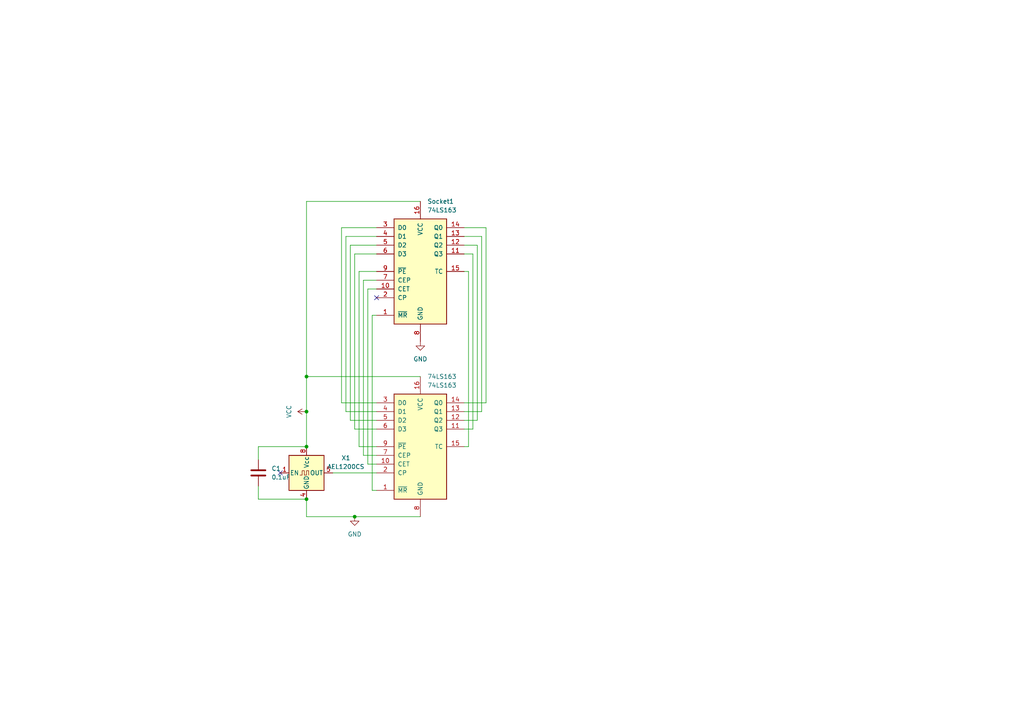
<source format=kicad_sch>
(kicad_sch (version 20230121) (generator eeschema)
  (paper "A4")
  (title_block (title "Nascom 1 Replacement Clock") (date "2022-06-18") (rev "0.1"))
  (lib_symbols
    (symbol "74xx:74LS163" (pin_names (offset 1.016))
      (property "Reference" "U" (at -7.62 16.51 0))
      (property "Value" "74LS163" (at -7.62 -16.51 0))
      (symbol "74LS163_1_0"
        (pin input line (at -12.7 -12.7 0) (length 5.08) (name "~{MR}") (number "1"))
        (pin input line (at -12.7 -5.08 0) (length 5.08) (name "CET") (number "10"))
        (pin output line (at 12.7 5.08 180) (length 5.08) (name "Q3") (number "11"))
        (pin output line (at 12.7 7.62 180) (length 5.08) (name "Q2") (number "12"))
        (pin output line (at 12.7 10.16 180) (length 5.08) (name "Q1") (number "13"))
        (pin output line (at 12.7 12.7 180) (length 5.08) (name "Q0") (number "14"))
        (pin output line (at 12.7 0 180) (length 5.08) (name "TC") (number "15"))
        (pin power_in line (at 0 20.32 270) (length 5.08) (name "VCC") (number "16"))
        (pin input line (at -12.7 -7.62 0) (length 5.08) (name "CP") (number "2"))
        (pin input line (at -12.7 12.7 0) (length 5.08) (name "D0") (number "3"))
        (pin input line (at -12.7 10.16 0) (length 5.08) (name "D1") (number "4"))
        (pin input line (at -12.7 7.62 0) (length 5.08) (name "D2") (number "5"))
        (pin input line (at -12.7 5.08 0) (length 5.08) (name "D3") (number "6"))
        (pin input line (at -12.7 -2.54 0) (length 5.08) (name "CEP") (number "7"))
        (pin power_in line (at 0 -20.32 90) (length 5.08) (name "GND") (number "8"))
        (pin input line (at -12.7 0 0) (length 5.08) (name "~{PE}") (number "9"))
      )
      (symbol "74LS163_1_1"
        (rectangle (start -7.62 15.24) (end 7.62 -15.24) (stroke (width 0.254)) (fill (type background)))
      )
    )
    (symbol "Device:C" (pin_numbers hide) (pin_names (offset 0.254))
      (property "Reference" "C" (at 0.635 2.54 0))
      (property "Value" "C" (at 0.635 -2.54 0))
      (symbol "C_0_1"
        (polyline (pts (xy -2.032 -0.762) (xy 2.032 -0.762)) (stroke (width 0.508)))
        (polyline (pts (xy -2.032 0.762) (xy 2.032 0.762)) (stroke (width 0.508)))
      )
      (symbol "C_1_1"
        (pin passive line (at 0 3.81 270) (length 2.794) (name "~") (number "1"))
        (pin passive line (at 0 -3.81 90) (length 2.794) (name "~") (number "2"))
      )
    )
    (symbol "Oscillator:TFT660" (pin_names (offset 0.254))
      (property "Reference" "X" (at -5.08 6.35 0))
      (property "Value" "TFT660" (at 1.27 -6.35 0))
      (symbol "TFT660_0_1"
        (rectangle (start -5.08 5.08) (end 5.08 -5.08) (stroke (width 0.254)) (fill (type background)))
        (polyline (pts (xy -1.905 -0.635) (xy -1.27 -0.635) (xy -1.27 0.635) (xy -0.635 0.635) (xy -0.635 -0.635) (xy 0 -0.635) (xy 0 0.635) (xy 0.635 0.635) (xy 0.635 -0.635)))
      )
      (symbol "TFT660_1_1"
        (pin input line (at -7.62 0 0) (length 2.54) (name "EN") (number "1"))
        (pin power_in line (at 0 -7.62 90) (length 2.54) (name "GND") (number "4"))
        (pin output line (at 7.62 0 180) (length 2.54) (name "OUT") (number "5"))
        (pin power_in line (at 0 7.62 270) (length 2.54) (name "Vcc") (number "8"))
      )
    )
    (symbol "power:GND" (power) (pin_names (offset 0))
      (property "Value" "GND" (at 0 -3.81 0))
      (symbol "GND_0_1"
        (polyline (pts (xy 0 0) (xy 0 -1.27) (xy 1.27 -1.27) (xy 0 -2.54) (xy -1.27 -1.27) (xy 0 -1.27)))
      )
      (symbol "GND_1_1"
        (pin power_in line (at 0 0 270) (length 0) hide (name "GND") (number "1"))
      )
    )
    (symbol "power:VCC" (power) (pin_names (offset 0))
      (property "Value" "VCC" (at 0 3.81 0))
      (symbol "VCC_0_1"
        (polyline (pts (xy -0.762 1.27) (xy 0 2.54)))
        (polyline (pts (xy 0 0) (xy 0 2.54)))
        (polyline (pts (xy 0 2.54) (xy 0.762 1.27)))
      )
      (symbol "VCC_1_1"
        (pin power_in line (at 0 0 90) (length 0) hide (name "VCC") (number "1"))
      )
    )
  )
  (junction (at 88.9 109.22))
  (junction (at 102.87 149.86))
  (junction (at 88.9 129.54))
  (junction (at 88.9 144.78))
  (junction (at 88.9 119.38))
  (no_connect (at 109.22 86.36))
  (no_connect (at 81.28 137.16))
  (wire (pts (xy 134.62 119.38) (xy 139.7 119.38)))
  (wire (pts (xy 109.22 142.24) (xy 107.95 142.24)))
  (wire (pts (xy 74.93 144.78) (xy 88.9 144.78)))
  (wire (pts (xy 104.14 78.74) (xy 109.22 78.74)))
  (wire (pts (xy 109.22 124.46) (xy 102.87 124.46)))
  (wire (pts (xy 88.9 149.86) (xy 88.9 144.78)))
  (wire (pts (xy 135.89 129.54) (xy 135.89 78.74)))
  (wire (pts (xy 139.7 68.58) (xy 134.62 68.58)))
  (wire (pts (xy 105.41 81.28) (xy 109.22 81.28)))
  (wire (pts (xy 140.97 116.84) (xy 140.97 66.04)))
  (wire (pts (xy 121.92 58.42) (xy 88.9 58.42)))
  (wire (pts (xy 88.9 109.22) (xy 121.92 109.22)))
  (wire (pts (xy 96.52 137.16) (xy 109.22 137.16)))
  (wire (pts (xy 88.9 58.42) (xy 88.9 109.22)))
  (wire (pts (xy 134.62 116.84) (xy 140.97 116.84)))
  (wire (pts (xy 107.95 142.24) (xy 107.95 91.44)))
  (wire (pts (xy 99.06 66.04) (xy 109.22 66.04)))
  (wire (pts (xy 134.62 121.92) (xy 138.43 121.92)))
  (wire (pts (xy 139.7 119.38) (xy 139.7 68.58)))
  (wire (pts (xy 140.97 66.04) (xy 134.62 66.04)))
  (wire (pts (xy 121.92 149.86) (xy 102.87 149.86)))
  (wire (pts (xy 135.89 78.74) (xy 134.62 78.74)))
  (wire (pts (xy 109.22 129.54) (xy 104.14 129.54)))
  (wire (pts (xy 106.68 134.62) (xy 106.68 83.82)))
  (wire (pts (xy 100.33 119.38) (xy 100.33 68.58)))
  (wire (pts (xy 100.33 68.58) (xy 109.22 68.58)))
  (wire (pts (xy 102.87 73.66) (xy 109.22 73.66)))
  (wire (pts (xy 138.43 121.92) (xy 138.43 71.12)))
  (wire (pts (xy 74.93 140.97) (xy 74.93 144.78)))
  (wire (pts (xy 137.16 73.66) (xy 134.62 73.66)))
  (wire (pts (xy 105.41 132.08) (xy 105.41 81.28)))
  (wire (pts (xy 88.9 119.38) (xy 88.9 129.54)))
  (wire (pts (xy 101.6 121.92) (xy 101.6 71.12)))
  (wire (pts (xy 101.6 71.12) (xy 109.22 71.12)))
  (wire (pts (xy 134.62 129.54) (xy 135.89 129.54)))
  (wire (pts (xy 74.93 133.35) (xy 74.93 129.54)))
  (wire (pts (xy 138.43 71.12) (xy 134.62 71.12)))
  (wire (pts (xy 107.95 91.44) (xy 109.22 91.44)))
  (wire (pts (xy 106.68 83.82) (xy 109.22 83.82)))
  (wire (pts (xy 109.22 119.38) (xy 100.33 119.38)))
  (wire (pts (xy 134.62 124.46) (xy 137.16 124.46)))
  (wire (pts (xy 102.87 73.66) (xy 102.87 124.46)))
  (wire (pts (xy 102.87 149.86) (xy 88.9 149.86)))
  (wire (pts (xy 106.68 134.62) (xy 109.22 134.62)))
  (wire (pts (xy 109.22 132.08) (xy 105.41 132.08)))
  (wire (pts (xy 88.9 119.38) (xy 88.9 109.22)))
  (wire (pts (xy 137.16 124.46) (xy 137.16 73.66)))
  (wire (pts (xy 99.06 116.84) (xy 99.06 66.04)))
  (wire (pts (xy 74.93 129.54) (xy 88.9 129.54)))
  (wire (pts (xy 109.22 116.84) (xy 99.06 116.84)))
  (wire (pts (xy 104.14 129.54) (xy 104.14 78.74)))
  (wire (pts (xy 109.22 121.92) (xy 101.6 121.92)))
  (symbol (lib_id "power:GND") (at 102.87 149.86 0) (unit 1)
    (property "Reference" "#PWR0102" (effects hide))
    (property "Value" "GND" (at 102.87 154.94 0))
  )
  (symbol (lib_id "Oscillator:TFT660") (at 88.9 137.16 0) (unit 1)
    (property "Reference" "X1" (at 100.33 132.8293 0))
    (property "Value" "AEL1200CS" (at 100.33 135.3693 0))
    (property "Footprint" "Oscillator:Oscillator_DIP-8" (effects hide))
    (property "Datasheet" "http://cdn-reichelt.de/documents/datenblatt/B400/OSZI.pdf" (effects hide))
  )
  (symbol (lib_id "power:VCC") (at 88.9 119.38 90) (unit 1)
    (property "Reference" "#PWR0103" (effects hide))
    (property "Value" "VCC" (at 83.82 119.38 0))
  )
  (symbol (lib_id "power:GND") (at 121.92 99.06 0) (unit 1)
    (property "Reference" "#PWR0101" (effects hide))
    (property "Value" "GND" (at 121.92 104.14 0))
  )
  (symbol (lib_id "74xx:74LS163") (at 121.92 129.54 0) (unit 1)
    (property "Reference" "74LS163" (at 123.9394 109.22 0) (effects (justify left)))
    (property "Value" "74LS163" (at 123.9394 111.76 0) (effects (justify left)))
    (property "Footprint" "Package_DIP:DIP-16_W7.62mm" (effects hide))
    (property "Datasheet" "http://www.ti.com/lit/gpn/sn74LS163" (effects hide))
  )
  (symbol (lib_id "74xx:74LS163") (at 121.92 78.74 0) (unit 1)
    (property "Reference" "Socket1" (at 123.9394 58.42 0) (effects (justify left)))
    (property "Value" "74LS163" (at 123.9394 60.96 0) (effects (justify left)))
    (property "Footprint" "Package_DIP:DIP-16_W7.62mm_Socket" (effects hide))
    (property "Datasheet" "http://www.ti.com/lit/gpn/sn74LS163" (effects hide))
  )
  (symbol (lib_id "Device:C") (at 74.93 137.16 0) (unit 1)
    (property "Reference" "C1" (at 78.74 135.8899 0) (effects (justify left)))
    (property "Value" "0.1uF" (at 78.74 138.4299 0) (effects (justify left)))
    (property "Footprint" "Capacitor_THT:C_Disc_D5.0mm_W2.5mm_P5.00mm" (effects hide))
  )
)
</source>
